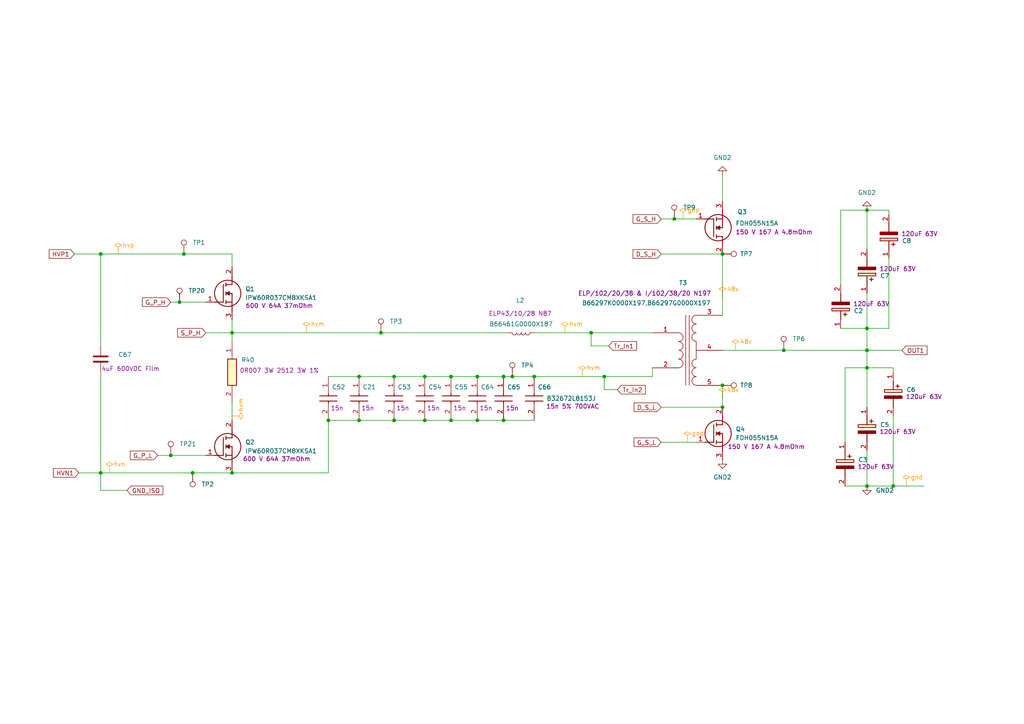
<source format=kicad_sch>
(kicad_sch (version 20250114) (generator "eeschema") (generator_version "9.0")
  (paper "A4")
  (lib_symbols
    (symbol "B32672L8153J:B32672L8153J" (pin_names (hide yes))
      (property "Reference" "C" (at 8.89 6.35 0))
      (property "Value" "B32672L8153J" (at 8.89 3.81 0))
      (symbol "B32672L8153J_1_1"
        (polyline (pts (xy 5.08 0) (xy 5.588 0)) (stroke (width 0.254)))
        (polyline (pts (xy 5.588 2.54) (xy 5.588 -2.54)) (stroke (width 0.254)))
        (polyline (pts (xy 7.112 2.54) (xy 7.112 -2.54)) (stroke (width 0.254)))
        (polyline (pts (xy 7.112 0) (xy 7.62 0)) (stroke (width 0.254)))
        (pin passive line (at 0 0 0) (length 5.08) (name "1") (number "1"))
        (pin passive line (at 12.7 0 180) (length 5.08) (name "2") (number "2"))
      )
    )
    (symbol "B40910A8127M000:B40910A8127M000" (pin_names (hide yes))
      (property "Reference" "C" (at 8.89 6.35 0))
      (property "Value" "B40910A8127M000" (at 8.89 3.81 0))
      (symbol "B40910A8127M000_1_1"
        (polyline (pts (xy 2.54 0) (xy 5.08 0)) (stroke (width 0.254)))
        (polyline (pts (xy 4.064 1.778) (xy 4.064 0.762)) (stroke (width 0.254)))
        (polyline (pts (xy 4.572 1.27) (xy 3.556 1.27)) (stroke (width 0.254)))
        (rectangle (start 5.08 2.54) (end 5.842 -2.54) (stroke (width 0.254)) (fill (type background)))
        (polyline (pts (xy 7.62 2.54) (xy 7.62 -2.54) (xy 6.858 -2.54) (xy 6.858 2.54) (xy 7.62 2.54)) (stroke (width 0.254)) (fill (type outline)))
        (polyline (pts (xy 7.62 0) (xy 10.16 0)) (stroke (width 0.254)))
        (pin passive line (at 0 0 0) (length 2.54) (name "+") (number "1"))
        (pin passive line (at 12.7 0 180) (length 2.54) (name "-") (number "2"))
      )
    )
    (symbol "Connector:TestPoint" (pin_numbers (hide yes)) (pin_names (offset 0.762) (hide yes))
      (property "Reference" "TP" (at 0 6.858 0))
      (property "Value" "TestPoint" (at 0 5.08 0))
      (symbol "TestPoint_0_1"
        (circle (center 0 3.302) (radius 0.762))
      )
      (symbol "TestPoint_1_1"
        (pin passive line (at 0 0 90) (length 2.54) (name "1") (number "1"))
      )
    )
    (symbol "Device:C" (pin_numbers (hide yes)) (pin_names (offset 0.254))
      (property "Reference" "C" (at 0.635 2.54 0))
      (property "Value" "C" (at 0.635 -2.54 0))
      (symbol "C_0_1"
        (polyline (pts (xy -2.032 0.762) (xy 2.032 0.762)) (stroke (width 0.508)))
        (polyline (pts (xy -2.032 -0.762) (xy 2.032 -0.762)) (stroke (width 0.508)))
      )
      (symbol "C_1_1"
        (pin passive line (at 0 3.81 270) (length 2.794) (name "~") (number "1"))
        (pin passive line (at 0 -3.81 90) (length 2.794) (name "~") (number "2"))
      )
    )
    (symbol "Device:L" (pin_numbers (hide yes)) (pin_names (offset 1.016) (hide yes))
      (property "Reference" "L" (at -1.27 0 90))
      (property "Value" "L" (at 1.905 0 90))
      (symbol "L_0_1"
        (arc (start 0 2.54) (mid 0.6323 1.905) (end 0 1.27))
        (arc (start 0 1.27) (mid 0.6323 0.635) (end 0 0))
        (arc (start 0 0) (mid 0.6323 -0.635) (end 0 -1.27))
        (arc (start 0 -1.27) (mid 0.6323 -1.905) (end 0 -2.54))
      )
      (symbol "L_1_1"
        (pin passive line (at 0 3.81 270) (length 1.27) (name "1") (number "1"))
        (pin passive line (at 0 -3.81 90) (length 1.27) (name "2") (number "2"))
      )
    )
    (symbol "FDH055N15A:FDH055N15A" (pin_names (hide yes))
      (property "Reference" "Q" (at 11.43 3.81 0))
      (property "Value" "FDH055N15A" (at 11.43 1.27 0))
      (symbol "FDH055N15A_1_1"
        (polyline (pts (xy 2.54 0) (xy 5.08 0)) (stroke (width 0.254)))
        (polyline (pts (xy 5.08 5.08) (xy 5.08 0)) (stroke (width 0.254)))
        (polyline (pts (xy 5.842 5.588) (xy 5.842 4.572)) (stroke (width 0.254)))
        (polyline (pts (xy 5.842 2.54) (xy 6.858 3.048) (xy 6.858 2.032) (xy 5.842 2.54)) (stroke (width 0.254)) (fill (type outline)))
        (polyline (pts (xy 5.842 2.032) (xy 5.842 3.048)) (stroke (width 0.254)))
        (polyline (pts (xy 5.842 0) (xy 7.62 0)) (stroke (width 0.254)))
        (polyline (pts (xy 5.842 -0.508) (xy 5.842 0.508)) (stroke (width 0.254)))
        (circle (center 6.35 2.54) (radius 3.81) (stroke (width 0.254)))
        (polyline (pts (xy 7.62 5.08) (xy 5.842 5.08)) (stroke (width 0.254)))
        (polyline (pts (xy 7.62 5.08) (xy 7.62 7.62)) (stroke (width 0.254)))
        (polyline (pts (xy 7.62 2.54) (xy 5.842 2.54)) (stroke (width 0.254)))
        (polyline (pts (xy 7.62 2.54) (xy 7.62 -2.54)) (stroke (width 0.254)))
        (pin passive line (at 0 0 0) (length 2.54) (name "G") (number "1"))
        (pin passive line (at 7.62 10.16 270) (length 2.54) (name "D") (number "2"))
        (pin passive line (at 7.62 -5.08 90) (length 2.54) (name "S") (number "3"))
      )
    )
    (symbol "IPW60R037CM8XKSA1:IPW60R037CM8XKSA1" (pin_names (hide yes))
      (property "Reference" "Q" (at 11.43 3.81 0))
      (property "Value" "IPW60R037CM8XKSA1" (at 11.43 1.27 0))
      (symbol "IPW60R037CM8XKSA1_1_1"
        (polyline (pts (xy 2.54 0) (xy 5.08 0)) (stroke (width 0.254)))
        (polyline (pts (xy 5.08 5.08) (xy 5.08 0)) (stroke (width 0.254)))
        (polyline (pts (xy 5.842 5.588) (xy 5.842 4.572)) (stroke (width 0.254)))
        (polyline (pts (xy 5.842 2.54) (xy 6.858 3.048) (xy 6.858 2.032) (xy 5.842 2.54)) (stroke (width 0.254)) (fill (type outline)))
        (polyline (pts (xy 5.842 2.032) (xy 5.842 3.048)) (stroke (width 0.254)))
        (polyline (pts (xy 5.842 0) (xy 7.62 0)) (stroke (width 0.254)))
        (polyline (pts (xy 5.842 -0.508) (xy 5.842 0.508)) (stroke (width 0.254)))
        (circle (center 6.35 2.54) (radius 3.81) (stroke (width 0.254)))
        (polyline (pts (xy 7.62 5.08) (xy 5.842 5.08)) (stroke (width 0.254)))
        (polyline (pts (xy 7.62 5.08) (xy 7.62 7.62)) (stroke (width 0.254)))
        (polyline (pts (xy 7.62 2.54) (xy 5.842 2.54)) (stroke (width 0.254)))
        (polyline (pts (xy 7.62 2.54) (xy 7.62 -2.54)) (stroke (width 0.254)))
        (pin passive line (at 0 0 0) (length 2.54) (name "G") (number "1"))
        (pin passive line (at 7.62 10.16 270) (length 2.54) (name "D") (number "2"))
        (pin passive line (at 7.62 -5.08 90) (length 2.54) (name "S") (number "3"))
      )
    )
    (symbol "LRMAP2512-R007FT4:LRMAP2512-R007FT4" (pin_names (hide yes))
      (property "Reference" "R" (at 13.97 6.35 0))
      (property "Value" "LRMAP2512-R007FT4" (at 13.97 3.81 0))
      (symbol "LRMAP2512-R007FT4_1_1"
        (rectangle (start 5.08 1.27) (end 12.7 -1.27) (stroke (width 0.254)) (fill (type background)))
        (pin passive line (at 0 0 0) (length 5.08) (name "1") (number "1"))
        (pin passive line (at 17.78 0 180) (length 5.08) (name "2") (number "2"))
      )
    )
    (symbol "New_Library:Transformer_LLC" (pin_names (offset 1.016) (hide yes))
      (property "Reference" "T" (at 0 12.7 0))
      (property "Value" "Transformer_LLC" (at 0 -12.7 0))
      (symbol "Transformer_LLC_0_1"
        (arc (start -1.27 3.81) (mid -1.656 2.9336) (end -2.54 2.5654))
        (arc (start -1.27 1.27) (mid -1.656 0.3936) (end -2.54 0.0254))
        (arc (start -1.27 -1.27) (mid -1.656 -2.1464) (end -2.54 -2.5146))
        (arc (start -1.27 -3.81) (mid -1.656 -4.6864) (end -2.54 -5.0546))
        (arc (start -2.54 5.08) (mid -1.642 4.708) (end -1.27 3.81))
        (arc (start -2.54 2.54) (mid -1.642 2.168) (end -1.27 1.27))
        (arc (start -2.54 0) (mid -1.642 -0.372) (end -1.27 -1.27))
        (arc (start -2.54 -2.54) (mid -1.642 -2.912) (end -1.27 -3.81))
        (polyline (pts (xy -0.508 -10.16) (xy -0.508 10.16)))
        (polyline (pts (xy 0.508 10.16) (xy 0.508 -10.16)))
        (arc (start 1.2954 8.89) (mid 1.6457 9.7917) (end 2.54 10.16))
        (arc (start 1.2954 6.35) (mid 1.6457 7.2517) (end 2.54 7.62))
        (arc (start 1.2954 3.81) (mid 1.6457 4.7117) (end 2.54 5.08))
        (arc (start 1.2954 -3.81) (mid 1.6457 -2.9083) (end 2.54 -2.54))
        (arc (start 1.2954 -6.35) (mid 1.6457 -5.4483) (end 2.54 -5.08))
        (arc (start 1.2954 -8.89) (mid 1.6457 -7.9883) (end 2.54 -7.62))
        (arc (start 2.54 7.6454) (mid 1.6599 8.0099) (end 1.2954 8.89))
        (arc (start 2.54 5.1054) (mid 1.6599 5.4699) (end 1.2954 6.35))
        (arc (start 2.54 2.5654) (mid 1.6599 2.9299) (end 1.2954 3.81))
        (polyline (pts (xy 2.54 2.54) (xy 2.54 -2.54)))
        (arc (start 2.54 -5.0546) (mid 1.6599 -4.6901) (end 1.2954 -3.81))
        (arc (start 2.54 -7.5946) (mid 1.6599 -7.2301) (end 1.2954 -6.35))
        (arc (start 2.54 -10.1346) (mid 1.6599 -9.7701) (end 1.2954 -8.89))
      )
      (symbol "Transformer_LLC_1_1"
        (pin passive line (at -10.16 5.08 0) (length 7.62) (name "AA") (number "1"))
        (pin passive line (at -10.16 -5.08 0) (length 7.62) (name "AB") (number "2"))
        (pin passive line (at 10.16 10.16 180) (length 7.62) (name "SA") (number "3"))
        (pin passive line (at 10.16 0 180) (length 7.62) (name "SC") (number "4"))
        (pin passive line (at 10.16 -10.16 180) (length 7.62) (name "SD") (number "5"))
      )
    )
    (symbol "power:GND2" (power) (pin_numbers (hide yes)) (pin_names (offset 0) (hide yes))
      (property "Value" "GND2" (at 0 -3.81 0))
      (symbol "GND2_0_1"
        (polyline (pts (xy 0 0) (xy 0 -1.27) (xy 1.27 -1.27) (xy 0 -2.54) (xy -1.27 -1.27) (xy 0 -1.27)))
      )
      (symbol "GND2_1_1"
        (pin power_in line (at 0 0 270) (length 0) (name "~") (number "1"))
      )
    )
  )
  (junction (at 209.55 73.66))
  (junction (at 171.45 96.52))
  (junction (at 251.46 106.68))
  (junction (at 227.33 101.6))
  (junction (at 52.07 87.63))
  (junction (at 29.21 137.16))
  (junction (at 259.08 140.97))
  (junction (at 146.05 121.92))
  (junction (at 110.49 96.52))
  (junction (at 209.55 118.11))
  (junction (at 251.46 140.97))
  (junction (at 148.59 109.22))
  (junction (at 138.43 121.92))
  (junction (at 175.26 109.22))
  (junction (at 29.21 73.66))
  (junction (at 138.43 109.22))
  (junction (at 49.53 132.08))
  (junction (at 154.94 109.22))
  (junction (at 123.19 121.92))
  (junction (at 130.81 121.92))
  (junction (at 114.3 121.92))
  (junction (at 251.46 101.6))
  (junction (at 146.05 109.22))
  (junction (at 53.34 73.66))
  (junction (at 104.14 109.22))
  (junction (at 251.46 95.25))
  (junction (at 95.25 121.92))
  (junction (at 130.81 109.22))
  (junction (at 251.46 60.96))
  (junction (at 104.14 121.92))
  (junction (at 55.88 137.16))
  (junction (at 67.31 96.52))
  (junction (at 114.3 109.22))
  (junction (at 67.31 137.16))
  (junction (at 195.58 63.5))
  (junction (at 209.55 111.76))
  (junction (at 123.19 109.22))
  (wire (pts (xy 191.77 63.5) (xy 195.58 63.5)))
  (wire (pts (xy 29.21 73.66) (xy 29.21 100.33)))
  (wire (pts (xy 209.55 50.8) (xy 209.55 58.42)))
  (wire (pts (xy 251.46 140.97) (xy 245.11 140.97)))
  (wire (pts (xy 179.07 113.03) (xy 175.26 113.03)))
  (wire (pts (xy 191.77 73.66) (xy 209.55 73.66)))
  (wire (pts (xy 130.81 109.22) (xy 138.43 109.22)))
  (wire (pts (xy 191.77 128.27) (xy 201.93 128.27)))
  (wire (pts (xy 67.31 73.66) (xy 53.34 73.66)))
  (wire (pts (xy 67.31 96.52) (xy 110.49 96.52)))
  (wire (pts (xy 104.14 121.92) (xy 114.3 121.92)))
  (wire (pts (xy 148.59 109.22) (xy 154.94 109.22)))
  (wire (pts (xy 245.11 106.68) (xy 245.11 128.27)))
  (wire (pts (xy 95.25 137.16) (xy 67.31 137.16)))
  (wire (pts (xy 114.3 109.22) (xy 123.19 109.22)))
  (wire (pts (xy 171.45 96.52) (xy 189.23 96.52)))
  (wire (pts (xy 59.69 96.52) (xy 67.31 96.52)))
  (wire (pts (xy 257.81 95.25) (xy 251.46 95.25)))
  (wire (pts (xy 104.14 109.22) (xy 114.3 109.22)))
  (wire (pts (xy 52.07 87.63) (xy 59.69 87.63)))
  (wire (pts (xy 251.46 101.6) (xy 261.62 101.6)))
  (wire (pts (xy 251.46 85.09) (xy 251.46 95.25)))
  (wire (pts (xy 45.72 132.08) (xy 49.53 132.08)))
  (wire (pts (xy 259.08 140.97) (xy 267.97 140.97)))
  (wire (pts (xy 154.94 96.52) (xy 171.45 96.52)))
  (wire (pts (xy 259.08 106.68) (xy 259.08 107.95)))
  (wire (pts (xy 123.19 121.92) (xy 130.81 121.92)))
  (wire (pts (xy 114.3 121.92) (xy 123.19 121.92)))
  (wire (pts (xy 175.26 109.22) (xy 189.23 109.22)))
  (wire (pts (xy 257.81 74.93) (xy 257.81 95.25)))
  (wire (pts (xy 95.25 109.22) (xy 104.14 109.22)))
  (wire (pts (xy 29.21 107.95) (xy 29.21 137.16)))
  (wire (pts (xy 251.46 130.81) (xy 251.46 140.97)))
  (wire (pts (xy 195.58 63.5) (xy 201.93 63.5)))
  (wire (pts (xy 29.21 142.24) (xy 36.83 142.24)))
  (wire (pts (xy 227.33 101.6) (xy 251.46 101.6)))
  (wire (pts (xy 154.94 109.22) (xy 175.26 109.22)))
  (wire (pts (xy 251.46 101.6) (xy 251.46 106.68)))
  (wire (pts (xy 176.53 100.33) (xy 171.45 100.33)))
  (wire (pts (xy 251.46 95.25) (xy 251.46 101.6)))
  (wire (pts (xy 67.31 73.66) (xy 67.31 77.47)))
  (wire (pts (xy 67.31 92.71) (xy 67.31 96.52)))
  (wire (pts (xy 29.21 137.16) (xy 55.88 137.16)))
  (wire (pts (xy 259.08 140.97) (xy 251.46 140.97)))
  (wire (pts (xy 22.86 137.16) (xy 29.21 137.16)))
  (wire (pts (xy 189.23 109.22) (xy 189.23 106.68)))
  (wire (pts (xy 138.43 121.92) (xy 146.05 121.92)))
  (wire (pts (xy 49.53 87.63) (xy 52.07 87.63)))
  (wire (pts (xy 191.77 118.11) (xy 209.55 118.11)))
  (wire (pts (xy 29.21 73.66) (xy 53.34 73.66)))
  (wire (pts (xy 146.05 121.92) (xy 154.94 121.92)))
  (wire (pts (xy 257.81 60.96) (xy 251.46 60.96)))
  (wire (pts (xy 67.31 116.84) (xy 67.31 121.92)))
  (wire (pts (xy 251.46 60.96) (xy 243.84 60.96)))
  (wire (pts (xy 243.84 60.96) (xy 243.84 82.55)))
  (wire (pts (xy 251.46 106.68) (xy 251.46 118.11)))
  (wire (pts (xy 251.46 95.25) (xy 243.84 95.25)))
  (wire (pts (xy 49.53 132.08) (xy 59.69 132.08)))
  (wire (pts (xy 29.21 137.16) (xy 29.21 142.24)))
  (wire (pts (xy 257.81 60.96) (xy 257.81 62.23)))
  (wire (pts (xy 21.59 73.66) (xy 29.21 73.66)))
  (wire (pts (xy 95.25 121.92) (xy 95.25 137.16)))
  (wire (pts (xy 110.49 96.52) (xy 147.32 96.52)))
  (wire (pts (xy 209.55 73.66) (xy 209.55 91.44)))
  (wire (pts (xy 259.08 120.65) (xy 259.08 140.97)))
  (wire (pts (xy 251.46 106.68) (xy 245.11 106.68)))
  (wire (pts (xy 55.88 137.16) (xy 67.31 137.16)))
  (wire (pts (xy 251.46 60.96) (xy 251.46 72.39)))
  (wire (pts (xy 209.55 101.6) (xy 227.33 101.6)))
  (wire (pts (xy 95.25 121.92) (xy 104.14 121.92)))
  (wire (pts (xy 146.05 109.22) (xy 148.59 109.22)))
  (wire (pts (xy 209.55 111.76) (xy 209.55 118.11)))
  (wire (pts (xy 171.45 100.33) (xy 171.45 96.52)))
  (wire (pts (xy 175.26 113.03) (xy 175.26 109.22)))
  (wire (pts (xy 123.19 109.22) (xy 130.81 109.22)))
  (wire (pts (xy 259.08 106.68) (xy 251.46 106.68)))
  (wire (pts (xy 67.31 96.52) (xy 67.31 99.06)))
  (wire (pts (xy 130.81 121.92) (xy 138.43 121.92)))
  (wire (pts (xy 138.43 109.22) (xy 146.05 109.22)))
  (global_label "Tr_In2" (shape input) (at 179.07 113.03 0) (property "Intersheetrefs" "${INTERSHEET_REFS}" (effects (hide yes))))
  (global_label "D_S_L" (shape input) (at 191.77 118.11 180) (property "Intersheetrefs" "${INTERSHEET_REFS}" (effects (hide yes))))
  (global_label "G_S_H" (shape input) (at 191.77 63.5 180) (property "Intersheetrefs" "${INTERSHEET_REFS}" (effects (hide yes))))
  (global_label "G_P_H" (shape input) (at 49.53 87.63 180) (property "Intersheetrefs" "${INTERSHEET_REFS}" (effects (hide yes))))
  (global_label "G_P_L" (shape input) (at 45.72 132.08 180) (property "Intersheetrefs" "${INTERSHEET_REFS}" (effects (hide yes))))
  (global_label "HVN1" (shape input) (at 22.86 137.16 180) (property "Intersheetrefs" "${INTERSHEET_REFS}" (effects (hide yes))))
  (global_label "D_S_H" (shape input) (at 191.77 73.66 180) (property "Intersheetrefs" "${INTERSHEET_REFS}" (effects (hide yes))))
  (global_label "G_S_L" (shape input) (at 191.77 128.27 180) (property "Intersheetrefs" "${INTERSHEET_REFS}" (effects (hide yes))))
  (global_label "GND_ISO" (shape input) (at 36.83 142.24 0) (property "Intersheetrefs" "${INTERSHEET_REFS}" (effects (hide yes))))
  (global_label "OUT1" (shape input) (at 261.62 101.6 0) (property "Intersheetrefs" "${INTERSHEET_REFS}" (effects (hide yes))))
  (global_label "Tr_In1" (shape input) (at 176.53 100.33 0) (property "Intersheetrefs" "${INTERSHEET_REFS}" (effects (hide yes))))
  (global_label "HVP1" (shape input) (at 21.59 73.66 180) (property "Intersheetrefs" "${INTERSHEET_REFS}" (effects (hide yes))))
  (global_label "S_P_H" (shape input) (at 59.69 96.52 180) (property "Intersheetrefs" "${INTERSHEET_REFS}" (effects (hide yes))))
  (netclass_flag "" (length 2.54) (shape diamond) (at 67.31 120.65 270) (property "Netclass" "hvm" (at 69.85 119.4435 90) (effects (justify left))))
  (netclass_flag "" (length 2.54) (shape diamond) (at 34.29 73.66 0) (property "Netclass" "hvp" (at 35.4965 71.12 0) (effects (justify left))))
  (netclass_flag "" (length 2.54) (shape diamond) (at 209.55 86.36 0) (property "Netclass" "48v" (at 210.7565 83.82 0) (effects (justify left))))
  (netclass_flag "" (length 2.54) (shape diamond) (at 199.39 128.27 0) (property "Netclass" "gnd" (at 200.5965 125.73 0) (effects (justify left))))
  (netclass_flag "" (length 2.54) (shape diamond) (at 198.12 63.5 0) (property "Netclass" "gnd" (at 199.3265 60.96 0) (effects (justify left))))
  (netclass_flag "" (length 2.54) (shape diamond) (at 31.75 137.16 0) (property "Netclass" "hvn" (at 32.9565 134.62 0) (effects (justify left))))
  (netclass_flag "" (length 2.54) (shape diamond) (at 262.89 140.97 0) (property "Netclass" "gnd" (at 264.0965 138.43 0) (effects (justify left))))
  (netclass_flag "" (length 2.54) (shape diamond) (at 213.36 101.6 0) (property "Netclass" "48v" (at 214.5665 99.06 0) (effects (justify left))))
  (netclass_flag "" (length 2.54) (shape diamond) (at 163.83 96.52 0) (property "Netclass" "hvm" (at 165.0365 93.98 0) (effects (justify left))))
  (netclass_flag "" (length 2.54) (shape diamond) (at 88.9 96.52 0) (property "Netclass" "hvm" (at 90.1065 93.98 0) (effects (justify left))))
  (netclass_flag "" (length 2.54) (shape diamond) (at 209.55 115.57 0) (property "Netclass" "48v" (at 210.7565 113.03 0) (effects (justify left))))
  (netclass_flag "" (length 2.54) (shape diamond) (at 168.91 109.22 0) (property "Netclass" "hvm" (at 170.1165 106.68 0) (effects (justify left))))
  (symbol (lib_id "B40910A8127M000:B40910A8127M000") (at 243.84 95.25 270) (mirror x) (unit 1)
    (property "Reference" "C2" (at 247.65 90.1701 90) (effects (justify left)))
    (property "Value" "B40910A8127M000" (effects (hide yes)))
    (property "Footprint" "B40910A8127M000:B40910A8127M000" (effects (hide yes)))
    (property "Datasheet" "https://product.tdk.com/system/files/dam/doc/product/capacitor/aluminum-electrolytic/hybrid-polymer/data_sheet/20/30/db/aec/b40910.pdf" (effects (hide yes)))
    (property "Description" "120uF 63V" (at 252.73 88.138 90))
    (property "Height" "12.8" (effects (hide yes)))
    (property "Mouser Part Number" "871-B40910A8127M000" (effects (hide yes)))
    (property "Manufacturer_Name" "TDK" (effects (hide yes)))
    (property "Manufacturer_Part_Number" "B40910A8127M000" (effects (hide yes)))
    (property "FirstOrderDone" "yes" (effects (hide yes)))
  )
  (symbol (lib_id "B32672L8153J:B32672L8153J") (at 123.19 109.22 270) (unit 1)
    (property "Reference" "C54" (at 124.206 112.268 90) (effects (justify left)))
    (property "Value" "B32672L8153J" (effects (hide yes)))
    (property "Footprint" "B32672L8153J000:CAPRR1500W80L1800T850H1450" (effects (hide yes)))
    (property "Datasheet" "https://product.tdk.com/system/files/dam/doc/product/capacitor/film/mkp_mfp/data_sheet/20/20/db/fc_2009/mkp_b32671l_672l.pdf" (effects (hide yes)))
    (property "Description" "15n 5% 700VAC" (effects (hide yes)))
    (property "Height" "14.5" (effects (hide yes)))
    (property "Mouser Part Number" "871-B32672L8153J" (effects (hide yes)))
    (property "Mouser Price/Stock" "https://www.mouser.co.uk/ProductDetail/EPCOS-TDK/B32672L8153J?qs=CsdphVCLJRjPN7YH24ATpg%3D%3D" (effects (hide yes)))
    (property "Manufacturer_Name" "TDK" (effects (hide yes)))
    (property "Manufacturer_Part_Number" "B32672L8153J" (effects (hide yes)))
    (property "FirstOrderDone" "yes" (effects (hide yes)))
    (property "Field11" "15n" (at 125.73 118.364 90))
  )
  (symbol (lib_id "power:GND2") (at 209.55 133.35 0) (unit 1)
    (property "Reference" "#PWR010" (effects (hide yes)))
    (property "Value" "GND2" (at 209.55 138.43 0))
    (property "Description" "Power symbol creates a global label with name \"GND2\" , ground" (effects (hide yes)))
  )
  (symbol (lib_id "B40910A8127M000:B40910A8127M000") (at 259.08 107.95 270) (unit 1)
    (property "Reference" "C6" (at 262.89 113.0299 90) (effects (justify left)))
    (property "Value" "B40910A8127M000" (effects (hide yes)))
    (property "Footprint" "B40910A8127M000:B40910A8127M000" (effects (hide yes)))
    (property "Datasheet" "https://product.tdk.com/system/files/dam/doc/product/capacitor/aluminum-electrolytic/hybrid-polymer/data_sheet/20/30/db/aec/b40910.pdf" (effects (hide yes)))
    (property "Description" "120uF 63V" (at 267.97 115.062 90))
    (property "Height" "12.8" (effects (hide yes)))
    (property "Mouser Part Number" "871-B40910A8127M000" (effects (hide yes)))
    (property "Manufacturer_Name" "TDK" (effects (hide yes)))
    (property "Manufacturer_Part_Number" "B40910A8127M000" (effects (hide yes)))
    (property "FirstOrderDone" "yes" (effects (hide yes)))
  )
  (symbol (lib_id "Connector:TestPoint") (at 209.55 111.76 270) (unit 1)
    (property "Reference" "TP8" (at 214.63 111.7599 90) (effects (justify left)))
    (property "Value" "TestPoint" (effects (hide yes)))
    (property "Footprint" "TestPoint:TestPoint_Pad_D1.0mm" (effects (hide yes)))
    (property "Description" "test point" (effects (hide yes)))
  )
  (symbol (lib_id "Connector:TestPoint") (at 227.33 101.6 0) (unit 1)
    (property "Reference" "TP6" (at 229.87 98.2979 0) (effects (justify left)))
    (property "Value" "TestPoint" (effects (hide yes)))
    (property "Footprint" "TestPoint:TestPoint_Pad_D1.0mm" (effects (hide yes)))
    (property "Description" "test point" (effects (hide yes)))
  )
  (symbol (lib_id "Connector:TestPoint") (at 49.53 132.08 0) (unit 1)
    (property "Reference" "TP21" (at 52.07 128.7779 0) (effects (justify left)))
    (property "Value" "TestPoint" (effects (hide yes)))
    (property "Footprint" "TestPoint:TestPoint_Pad_D1.0mm" (effects (hide yes)))
    (property "Description" "test point" (effects (hide yes)))
  )
  (symbol (lib_id "Connector:TestPoint") (at 148.59 109.22 0) (unit 1)
    (property "Reference" "TP4" (at 151.13 105.9179 0) (effects (justify left)))
    (property "Value" "TestPoint" (effects (hide yes)))
    (property "Footprint" "TestPoint:TestPoint_Pad_D1.0mm" (effects (hide yes)))
    (property "Description" "test point" (effects (hide yes)))
  )
  (symbol (lib_id "B32672L8153J:B32672L8153J") (at 154.94 109.22 270) (unit 1)
    (property "Reference" "C66" (at 155.956 112.268 90) (effects (justify left)))
    (property "Value" "B32672L8153J" (at 158.496 115.57 90) (effects (justify left)))
    (property "Footprint" "B32672L8153J000:CAPRR1500W80L1800T850H1450" (effects (hide yes)))
    (property "Datasheet" "https://product.tdk.com/system/files/dam/doc/product/capacitor/film/mkp_mfp/data_sheet/20/20/db/fc_2009/mkp_b32671l_672l.pdf" (effects (hide yes)))
    (property "Description" "15n 5% 700VAC" (at 166.116 117.856 90))
    (property "Height" "14.5" (effects (hide yes)))
    (property "Mouser Part Number" "871-B32672L8153J" (effects (hide yes)))
    (property "Mouser Price/Stock" "https://www.mouser.co.uk/ProductDetail/EPCOS-TDK/B32672L8153J?qs=CsdphVCLJRjPN7YH24ATpg%3D%3D" (effects (hide yes)))
    (property "Manufacturer_Name" "TDK" (effects (hide yes)))
    (property "Manufacturer_Part_Number" "B32672L8153J" (effects (hide yes)))
    (property "FirstOrderDone" "yes" (effects (hide yes)))
    (property "Field11" "15n" (effects (hide yes)))
  )
  (symbol (lib_id "LRMAP2512-R007FT4:LRMAP2512-R007FT4") (at 67.31 99.06 270) (unit 1)
    (property "Reference" "R40" (at 71.882 104.394 90))
    (property "Value" "LRMAP2512-R007FT4" (effects (hide yes)))
    (property "Footprint" "LRMAP2512-R007FT4:RESC6432X90N" (effects (hide yes)))
    (property "Datasheet" "https://ms.componentsearchengine.com/Datasheets/1/LRMAP2512-R007FT4.pdf" (effects (hide yes)))
    (property "Description" "0R007 3W 2512 3W 1%" (at 81.026 107.442 90))
    (property "Height" "0.9" (effects (hide yes)))
    (property "Mouser Part Number" "756-LRMAP2512R007FT4" (effects (hide yes)))
    (property "Mouser Price/Stock" "https://www.mouser.co.uk/ProductDetail/Welwyn-Components-TT-Electronics/LRMAP2512-R007FT4?qs=GbEj%2Fc2lfndAsEUYgCINUQ%3D%3D" (effects (hide yes)))
    (property "Manufacturer_Name" "TT Electronics" (effects (hide yes)))
    (property "Manufacturer_Part_Number" "LRMAP2512-R007FT4" (effects (hide yes)))
  )
  (symbol (lib_id "B32672L8153J:B32672L8153J") (at 130.81 109.22 270) (unit 1)
    (property "Reference" "C55" (at 131.826 112.268 90) (effects (justify left)))
    (property "Value" "B32672L8153J" (effects (hide yes)))
    (property "Footprint" "B32672L8153J000:CAPRR1500W80L1800T850H1450" (effects (hide yes)))
    (property "Datasheet" "https://product.tdk.com/system/files/dam/doc/product/capacitor/film/mkp_mfp/data_sheet/20/20/db/fc_2009/mkp_b32671l_672l.pdf" (effects (hide yes)))
    (property "Description" "15n 5% 700VAC" (effects (hide yes)))
    (property "Height" "14.5" (effects (hide yes)))
    (property "Mouser Part Number" "871-B32672L8153J" (effects (hide yes)))
    (property "Mouser Price/Stock" "https://www.mouser.co.uk/ProductDetail/EPCOS-TDK/B32672L8153J?qs=CsdphVCLJRjPN7YH24ATpg%3D%3D" (effects (hide yes)))
    (property "Manufacturer_Name" "TDK" (effects (hide yes)))
    (property "Manufacturer_Part_Number" "B32672L8153J" (effects (hide yes)))
    (property "FirstOrderDone" "yes" (effects (hide yes)))
    (property "Field11" "15n" (at 133.35 118.364 90))
  )
  (symbol (lib_id "B32672L8153J:B32672L8153J") (at 114.3 109.22 270) (unit 1)
    (property "Reference" "C53" (at 115.316 112.268 90) (effects (justify left)))
    (property "Value" "B32672L8153J" (effects (hide yes)))
    (property "Footprint" "B32672L8153J000:CAPRR1500W80L1800T850H1450" (effects (hide yes)))
    (property "Datasheet" "https://product.tdk.com/system/files/dam/doc/product/capacitor/film/mkp_mfp/data_sheet/20/20/db/fc_2009/mkp_b32671l_672l.pdf" (effects (hide yes)))
    (property "Description" "15n 5% 700VAC" (effects (hide yes)))
    (property "Height" "14.5" (effects (hide yes)))
    (property "Mouser Part Number" "871-B32672L8153J" (effects (hide yes)))
    (property "Mouser Price/Stock" "https://www.mouser.co.uk/ProductDetail/EPCOS-TDK/B32672L8153J?qs=CsdphVCLJRjPN7YH24ATpg%3D%3D" (effects (hide yes)))
    (property "Manufacturer_Name" "TDK" (effects (hide yes)))
    (property "Manufacturer_Part_Number" "B32672L8153J" (effects (hide yes)))
    (property "FirstOrderDone" "yes" (effects (hide yes)))
    (property "Field11" "15n" (at 116.84 118.364 90))
  )
  (symbol (lib_id "B32672L8153J:B32672L8153J") (at 146.05 109.22 270) (unit 1)
    (property "Reference" "C65" (at 147.066 112.268 90) (effects (justify left)))
    (property "Value" "B32672L8153J" (effects (hide yes)))
    (property "Footprint" "B32672L8153J000:CAPRR1500W80L1800T850H1450" (effects (hide yes)))
    (property "Datasheet" "https://product.tdk.com/system/files/dam/doc/product/capacitor/film/mkp_mfp/data_sheet/20/20/db/fc_2009/mkp_b32671l_672l.pdf" (effects (hide yes)))
    (property "Description" "15n 5% 700VAC" (effects (hide yes)))
    (property "Height" "14.5" (effects (hide yes)))
    (property "Mouser Part Number" "871-B32672L8153J" (effects (hide yes)))
    (property "Mouser Price/Stock" "https://www.mouser.co.uk/ProductDetail/EPCOS-TDK/B32672L8153J?qs=CsdphVCLJRjPN7YH24ATpg%3D%3D" (effects (hide yes)))
    (property "Manufacturer_Name" "TDK" (effects (hide yes)))
    (property "Manufacturer_Part_Number" "B32672L8153J" (effects (hide yes)))
    (property "FirstOrderDone" "yes" (effects (hide yes)))
    (property "Field11" "15n" (at 148.59 118.364 90))
  )
  (symbol (lib_id "New_Library:Transformer_LLC") (at 199.39 101.6 0) (unit 1)
    (property "Reference" "T3" (at 198.12 82.042 0))
    (property "Value" "B66297K0000X197,B66297G0000X197" (at 187.452 87.884 0))
    (property "Footprint" "New_Linrary:ELP_102_20_38_V6" (effects (hide yes)))
    (property "Datasheet" "https://www.tdk-electronics.tdk.com/inf/80/db/fer/elp_64_10_50.pdf" (effects (hide yes)))
    (property "Description" "ELP/102/20/38 & I/102/38/20 N197" (at 186.944 85.09 0))
    (property "Mouser Part Number" "871-B66297KX197,871-B66297GX197" (effects (hide yes)))
    (property "Manufacturer_Name  " "EPCOS / TDK" (effects (hide yes)))
    (property "Manufacturer_Part_Number " "B66297K0000X197,B66297G0000X197" (effects (hide yes)))
    (property "FirstOrderDone" "yes" (effects (hide yes)))
  )
  (symbol (lib_id "power:GND2") (at 251.46 60.96 180) (unit 1)
    (property "Reference" "#PWR049" (effects (hide yes)))
    (property "Value" "GND2" (at 251.46 55.88 0))
    (property "Description" "Power symbol creates a global label with name \"GND2\" , ground" (effects (hide yes)))
  )
  (symbol (lib_id "B32672L8153J:B32672L8153J") (at 95.25 109.22 270) (unit 1)
    (property "Reference" "C52" (at 96.266 112.268 90) (effects (justify left)))
    (property "Value" "B32672L8153J" (effects (hide yes)))
    (property "Footprint" "B32672L8153J000:CAPRR1500W80L1800T850H1450" (effects (hide yes)))
    (property "Datasheet" "https://product.tdk.com/system/files/dam/doc/product/capacitor/film/mkp_mfp/data_sheet/20/20/db/fc_2009/mkp_b32671l_672l.pdf" (effects (hide yes)))
    (property "Description" "15n 5% 700VAC" (effects (hide yes)))
    (property "Height" "14.5" (effects (hide yes)))
    (property "Mouser Part Number" "871-B32672L8153J" (effects (hide yes)))
    (property "Mouser Price/Stock" "https://www.mouser.co.uk/ProductDetail/EPCOS-TDK/B32672L8153J?qs=CsdphVCLJRjPN7YH24ATpg%3D%3D" (effects (hide yes)))
    (property "Manufacturer_Name" "TDK" (effects (hide yes)))
    (property "Manufacturer_Part_Number" "B32672L8153J" (effects (hide yes)))
    (property "FirstOrderDone" "yes" (effects (hide yes)))
    (property "Field11" "15n" (at 97.79 118.364 90))
  )
  (symbol (lib_id "B32672L8153J:B32672L8153J") (at 104.14 109.22 270) (unit 1)
    (property "Reference" "C21" (at 105.156 112.268 90) (effects (justify left)))
    (property "Value" "B32672L8153J" (effects (hide yes)))
    (property "Footprint" "B32672L8153J000:CAPRR1500W80L1800T850H1450" (effects (hide yes)))
    (property "Datasheet" "https://product.tdk.com/system/files/dam/doc/product/capacitor/film/mkp_mfp/data_sheet/20/20/db/fc_2009/mkp_b32671l_672l.pdf" (effects (hide yes)))
    (property "Description" "15n 5% 700VAC" (effects (hide yes)))
    (property "Height" "14.5" (effects (hide yes)))
    (property "Mouser Part Number" "871-B32672L8153J" (effects (hide yes)))
    (property "Mouser Price/Stock" "https://www.mouser.co.uk/ProductDetail/EPCOS-TDK/B32672L8153J?qs=CsdphVCLJRjPN7YH24ATpg%3D%3D" (effects (hide yes)))
    (property "Manufacturer_Name" "TDK" (effects (hide yes)))
    (property "Manufacturer_Part_Number" "B32672L8153J" (effects (hide yes)))
    (property "FirstOrderDone" "yes" (effects (hide yes)))
    (property "Field11" "15n" (at 106.68 118.364 90))
  )
  (symbol (lib_id "B32672L8153J:B32672L8153J") (at 138.43 109.22 270) (unit 1)
    (property "Reference" "C64" (at 139.446 112.268 90) (effects (justify left)))
    (property "Value" "B32672L8153J" (effects (hide yes)))
    (property "Footprint" "B32672L8153J000:CAPRR1500W80L1800T850H1450" (effects (hide yes)))
    (property "Datasheet" "https://product.tdk.com/system/files/dam/doc/product/capacitor/film/mkp_mfp/data_sheet/20/20/db/fc_2009/mkp_b32671l_672l.pdf" (effects (hide yes)))
    (property "Description" "15n 5% 700VAC" (effects (hide yes)))
    (property "Height" "14.5" (effects (hide yes)))
    (property "Mouser Part Number" "871-B32672L8153J" (effects (hide yes)))
    (property "Mouser Price/Stock" "https://www.mouser.co.uk/ProductDetail/EPCOS-TDK/B32672L8153J?qs=CsdphVCLJRjPN7YH24ATpg%3D%3D" (effects (hide yes)))
    (property "Manufacturer_Name" "TDK" (effects (hide yes)))
    (property "Manufacturer_Part_Number" "B32672L8153J" (effects (hide yes)))
    (property "FirstOrderDone" "yes" (effects (hide yes)))
    (property "Field11" "15n" (at 140.97 118.364 90))
  )
  (symbol (lib_id "B40910A8127M000:B40910A8127M000") (at 257.81 74.93 270) (mirror x) (unit 1)
    (property "Reference" "C8" (at 261.62 69.8501 90) (effects (justify left)))
    (property "Value" "B40910A8127M000" (effects (hide yes)))
    (property "Footprint" "B40910A8127M000:B40910A8127M000" (effects (hide yes)))
    (property "Datasheet" "https://product.tdk.com/system/files/dam/doc/product/capacitor/aluminum-electrolytic/hybrid-polymer/data_sheet/20/30/db/aec/b40910.pdf" (effects (hide yes)))
    (property "Description" "120uF 63V" (at 266.7 67.818 90))
    (property "Height" "12.8" (effects (hide yes)))
    (property "Mouser Part Number" "871-B40910A8127M000" (effects (hide yes)))
    (property "Manufacturer_Name" "TDK" (effects (hide yes)))
    (property "Manufacturer_Part_Number" "B40910A8127M000" (effects (hide yes)))
    (property "FirstOrderDone" "yes" (effects (hide yes)))
  )
  (symbol (lib_id "FDH055N15A:FDH055N15A") (at 201.93 63.5 0) (mirror x) (unit 1)
    (property "Reference" "Q3" (at 213.868 61.468 0) (effects (justify left)))
    (property "Value" "FDH055N15A" (at 213.36 64.7701 0) (effects (justify left)))
    (property "Footprint" "New_Linrary:TO-247-3_Horizontal_TabDown_v2" (effects (hide yes)))
    (property "Datasheet" "https://www.onsemi.com/pub/Collateral/FDH055N15A-D.PDF" (effects (hide yes)))
    (property "Description" "150 V 167 A 4.8mOhm" (at 224.536 67.31 0))
    (property "Height" "4.82" (effects (hide yes)))
    (property "Mouser Part Number" "512-FDH055N15A" (effects (hide yes)))
    (property "Mouser Price/Stock" "https://www.mouser.co.uk/ProductDetail/onsemi-Fairchild/FDH055N15A?qs=r2Ui%2FjbkGg%2FwTUHq7txgCw%3D%3D" (effects (hide yes)))
    (property "Manufacturer_Name" "onsemi" (effects (hide yes)))
    (property "Manufacturer_Part_Number" "FDH055N15A" (effects (hide yes)))
    (property "FirstOrderDone" "yes" (effects (hide yes)))
  )
  (symbol (lib_id "Connector:TestPoint") (at 209.55 73.66 270) (unit 1)
    (property "Reference" "TP7" (at 214.63 73.6599 90) (effects (justify left)))
    (property "Value" "TestPoint" (effects (hide yes)))
    (property "Footprint" "TestPoint:TestPoint_Pad_D1.0mm" (effects (hide yes)))
    (property "Description" "test point" (effects (hide yes)))
  )
  (symbol (lib_id "Device:C") (at 29.21 104.14 0) (unit 1)
    (property "Reference" "C67" (at 34.29 102.8699 0) (effects (justify left)))
    (property "Value" "EFDKS60K405D032LH" (effects (hide yes)))
    (property "Footprint" "Capacitor_THT:C_Rect_L33.0mm_W13.0mm_P27.50mm_MKS4" (effects (hide yes)))
    (property "Datasheet" "https://www.eaton.com/content/dam/eaton/products/electronic-components/resources/data-sheet/eaton-efdks-film-capacitor-dc-link-data-sheet-elx1260-en.pdf" (effects (hide yes)))
    (property "Description" "4uF 600VDC Film" (at 37.846 106.934 0))
    (property "Manufacturer_Part_Number" "EFDKS60K405D032LH" (effects (hide yes)))
    (property "Manufacturer_Name " "Eaton Electronics" (effects (hide yes)))
    (property "Mouser Part Number" "504-EFDKS60K405D032L" (effects (hide yes)))
  )
  (symbol (lib_id "Connector:TestPoint") (at 52.07 87.63 0) (unit 1)
    (property "Reference" "TP20" (at 54.61 84.3279 0) (effects (justify left)))
    (property "Value" "TestPoint" (effects (hide yes)))
    (property "Footprint" "TestPoint:TestPoint_Pad_D1.0mm" (effects (hide yes)))
    (property "Description" "test point" (effects (hide yes)))
  )
  (symbol (lib_id "Connector:TestPoint") (at 53.34 73.66 0) (unit 1)
    (property "Reference" "TP1" (at 55.88 70.3579 0) (effects (justify left)))
    (property "Value" "TestPoint" (effects (hide yes)))
    (property "Footprint" "TestPoint:TestPoint_Pad_D1.0mm" (effects (hide yes)))
    (property "Description" "test point" (effects (hide yes)))
  )
  (symbol (lib_id "Connector:TestPoint") (at 55.88 137.16 180) (unit 1)
    (property "Reference" "TP2" (at 58.42 140.4619 0) (effects (justify right)))
    (property "Value" "TestPoint" (effects (hide yes)))
    (property "Footprint" "TestPoint:TestPoint_Pad_D1.0mm" (effects (hide yes)))
    (property "Description" "test point" (effects (hide yes)))
  )
  (symbol (lib_id "IPW60R037CM8XKSA1:IPW60R037CM8XKSA1") (at 59.69 87.63 0) (unit 1)
    (property "Reference" "Q1" (at 71.12 83.8199 0) (effects (justify left)))
    (property "Value" "IPW60R037CM8XKSA1" (at 71.12 86.3599 0) (effects (justify left)))
    (property "Footprint" "New_Linrary:TO-247-3_Horizontal_TabDown_v2" (effects (hide yes)))
    (property "Datasheet" "https://www.mouser.fr/datasheet/3/70/1/Infineon-IPW60R037CM8-DataSheet-v02_01-EN.pdf" (effects (hide yes)))
    (property "Description" "600 V 64A 37mOhm" (at 81.026 88.646 0))
    (property "Height" "5.21" (effects (hide yes)))
    (property "Mouser Part Number" "726-IPW60R037CM8XKSA" (effects (hide yes)))
    (property "Mouser Price/Stock" "https://www.mouser.co.uk/ProductDetail/Infineon-Technologies/IPW60R037CM8XKSA1?qs=2wMNvWM5ZX6iR5SSpR9OjA%3D%3D" (effects (hide yes)))
    (property "Manufacturer_Name" "Infineon" (effects (hide yes)))
    (property "Manufacturer_Part_Number" "IPW60R037CM8XKSA1" (effects (hide yes)))
    (property "FirstOrderDone" "yes" (effects (hide yes)))
  )
  (symbol (lib_id "FDH055N15A:FDH055N15A") (at 201.93 128.27 0) (unit 1)
    (property "Reference" "Q4" (at 213.36 124.4599 0) (effects (justify left)))
    (property "Value" "FDH055N15A" (at 213.36 126.9999 0) (effects (justify left)))
    (property "Footprint" "New_Linrary:TO-247-3_Horizontal_TabDown_v2" (effects (hide yes)))
    (property "Datasheet" "https://www.onsemi.com/pub/Collateral/FDH055N15A-D.PDF" (effects (hide yes)))
    (property "Description" "150 V 167 A 4.8mOhm" (at 222.25 129.54 0))
    (property "Height" "4.82" (effects (hide yes)))
    (property "Mouser Part Number" "512-FDH055N15A" (effects (hide yes)))
    (property "Mouser Price/Stock" "https://www.mouser.co.uk/ProductDetail/onsemi-Fairchild/FDH055N15A?qs=r2Ui%2FjbkGg%2FwTUHq7txgCw%3D%3D" (effects (hide yes)))
    (property "Manufacturer_Name" "onsemi" (effects (hide yes)))
    (property "Manufacturer_Part_Number" "FDH055N15A" (effects (hide yes)))
    (property "FirstOrderDone" "yes" (effects (hide yes)))
  )
  (symbol (lib_id "power:GND2") (at 209.55 50.8 0) (mirror x) (unit 1)
    (property "Reference" "#PWR09" (effects (hide yes)))
    (property "Value" "GND2" (at 209.55 45.72 0))
    (property "Description" "Power symbol creates a global label with name \"GND2\" , ground" (effects (hide yes)))
  )
  (symbol (lib_id "Connector:TestPoint") (at 110.49 96.52 0) (unit 1)
    (property "Reference" "TP3" (at 113.03 93.2179 0) (effects (justify left)))
    (property "Value" "TestPoint" (effects (hide yes)))
    (property "Footprint" "TestPoint:TestPoint_Pad_D1.0mm" (effects (hide yes)))
    (property "Description" "test point" (effects (hide yes)))
  )
  (symbol (lib_id "power:GND2") (at 251.46 140.97 0) (unit 1)
    (property "Reference" "#PWR07" (effects (hide yes)))
    (property "Value" "GND2" (at 254 142.2399 0) (effects (justify left)))
    (property "Description" "Power symbol creates a global label with name \"GND2\" , ground" (effects (hide yes)))
  )
  (symbol (lib_id "B40910A8127M000:B40910A8127M000") (at 251.46 118.11 270) (unit 1)
    (property "Reference" "C5" (at 255.27 123.1899 90) (effects (justify left)))
    (property "Value" "B40910A8127M000" (effects (hide yes)))
    (property "Footprint" "B40910A8127M000:B40910A8127M000" (effects (hide yes)))
    (property "Datasheet" "https://product.tdk.com/system/files/dam/doc/product/capacitor/aluminum-electrolytic/hybrid-polymer/data_sheet/20/30/db/aec/b40910.pdf" (effects (hide yes)))
    (property "Description" "120uF 63V" (at 260.35 125.222 90))
    (property "Height" "12.8" (effects (hide yes)))
    (property "Mouser Part Number" "871-B40910A8127M000" (effects (hide yes)))
    (property "Manufacturer_Name" "TDK" (effects (hide yes)))
    (property "Manufacturer_Part_Number" "B40910A8127M000" (effects (hide yes)))
    (property "FirstOrderDone" "yes" (effects (hide yes)))
  )
  (symbol (lib_id "IPW60R037CM8XKSA1:IPW60R037CM8XKSA1") (at 59.69 132.08 0) (unit 1)
    (property "Reference" "Q2" (at 71.12 128.2699 0) (effects (justify left)))
    (property "Value" "IPW60R037CM8XKSA1" (at 71.12 130.8099 0) (effects (justify left)))
    (property "Footprint" "New_Linrary:TO-247-3_Horizontal_TabDown_v2" (effects (hide yes)))
    (property "Datasheet" "https://www.mouser.fr/datasheet/3/70/1/Infineon-IPW60R037CM8-DataSheet-v02_01-EN.pdf" (effects (hide yes)))
    (property "Description" "600 V 64A 37mOhm" (at 80.264 133.096 0))
    (property "Height" "5.21" (effects (hide yes)))
    (property "Mouser Part Number" "726-IPW60R037CM8XKSA" (effects (hide yes)))
    (property "Mouser Price/Stock" "https://www.mouser.co.uk/ProductDetail/Infineon-Technologies/IPW60R037CM8XKSA1?qs=2wMNvWM5ZX6iR5SSpR9OjA%3D%3D" (effects (hide yes)))
    (property "Manufacturer_Name" "Infineon" (effects (hide yes)))
    (property "Manufacturer_Part_Number" "IPW60R037CM8XKSA1" (effects (hide yes)))
    (property "FirstOrderDone" "yes" (effects (hide yes)))
  )
  (symbol (lib_id "Connector:TestPoint") (at 195.58 63.5 0) (unit 1)
    (property "Reference" "TP9" (at 198.12 60.1979 0) (effects (justify left)))
    (property "Value" "TestPoint" (effects (hide yes)))
    (property "Footprint" "TestPoint:TestPoint_Pad_D1.0mm" (effects (hide yes)))
    (property "Description" "test point" (effects (hide yes)))
  )
  (symbol (lib_id "Device:L") (at 151.13 96.52 270) (unit 1)
    (property "Reference" "L2" (at 150.876 87.122 90))
    (property "Value" "B66461G0000X187" (at 151.13 93.98 90))
    (property "Footprint" "New_Linrary:ELP_43_10_28_v2" (effects (hide yes)))
    (property "Datasheet" "https://product.tdk.com/system/files/dam/doc/product/ferrite/ferrite/ferrite-core/data_sheet/80/db/fer/elp_43_10_28.pdf?ref_disty=mouser" (effects (hide yes)))
    (property "Description" "ELP43/10/28 N87" (at 150.876 90.932 90))
    (property "Mouser Part Number" "871-B66461G0000X187,871-B66461G0000X187" (effects (hide yes)))
    (property "Manufacturer_Name  " "EPCOS / TDK" (effects (hide yes)))
    (property "Manufacturer_Part_Number " "B66461G0000X187" (effects (hide yes)))
  )
  (symbol (lib_id "B40910A8127M000:B40910A8127M000") (at 251.46 85.09 270) (mirror x) (unit 1)
    (property "Reference" "C7" (at 255.27 80.0101 90) (effects (justify left)))
    (property "Value" "B40910A8127M000" (effects (hide yes)))
    (property "Footprint" "B40910A8127M000:B40910A8127M000" (effects (hide yes)))
    (property "Datasheet" "https://product.tdk.com/system/files/dam/doc/product/capacitor/aluminum-electrolytic/hybrid-polymer/data_sheet/20/30/db/aec/b40910.pdf" (effects (hide yes)))
    (property "Description" "120uF 63V" (at 260.35 77.978 90))
    (property "Height" "12.8" (effects (hide yes)))
    (property "Mouser Part Number" "871-B40910A8127M000" (effects (hide yes)))
    (property "Manufacturer_Name" "TDK" (effects (hide yes)))
    (property "Manufacturer_Part_Number" "B40910A8127M000" (effects (hide yes)))
    (property "FirstOrderDone" "yes" (effects (hide yes)))
  )
  (symbol (lib_id "B40910A8127M000:B40910A8127M000") (at 245.11 128.27 270) (unit 1)
    (property "Reference" "C3" (at 248.92 133.3499 90) (effects (justify left)))
    (property "Value" "B40910A8127M000" (effects (hide yes)))
    (property "Footprint" "B40910A8127M000:B40910A8127M000" (effects (hide yes)))
    (property "Datasheet" "https://product.tdk.com/system/files/dam/doc/product/capacitor/aluminum-electrolytic/hybrid-polymer/data_sheet/20/30/db/aec/b40910.pdf" (effects (hide yes)))
    (property "Description" "120uF 63V" (at 254 135.382 90))
    (property "Height" "12.8" (effects (hide yes)))
    (property "Mouser Part Number" "871-B40910A8127M000" (effects (hide yes)))
    (property "Manufacturer_Name" "TDK" (effects (hide yes)))
    (property "Manufacturer_Part_Number" "B40910A8127M000" (effects (hide yes)))
    (property "FirstOrderDone" "yes" (effects (hide yes)))
  )
)
</source>
